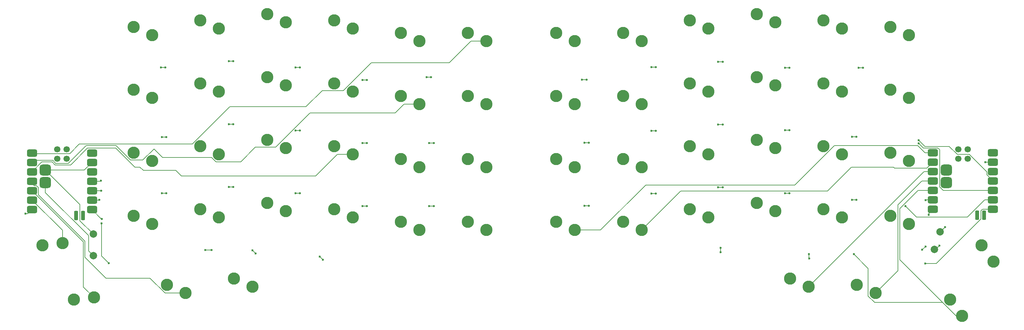
<source format=gbr>
%TF.GenerationSoftware,KiCad,Pcbnew,9.0.6*%
%TF.CreationDate,2025-12-05T23:49:30-05:00*%
%TF.ProjectId,VoyagerSplitKicad,566f7961-6765-4725-9370-6c69744b6963,rev?*%
%TF.SameCoordinates,Original*%
%TF.FileFunction,Copper,L1,Top*%
%TF.FilePolarity,Positive*%
%FSLAX46Y46*%
G04 Gerber Fmt 4.6, Leading zero omitted, Abs format (unit mm)*
G04 Created by KiCad (PCBNEW 9.0.6) date 2025-12-05 23:49:30*
%MOMM*%
%LPD*%
G01*
G04 APERTURE LIST*
G04 Aperture macros list*
%AMRoundRect*
0 Rectangle with rounded corners*
0 $1 Rounding radius*
0 $2 $3 $4 $5 $6 $7 $8 $9 X,Y pos of 4 corners*
0 Add a 4 corners polygon primitive as box body*
4,1,4,$2,$3,$4,$5,$6,$7,$8,$9,$2,$3,0*
0 Add four circle primitives for the rounded corners*
1,1,$1+$1,$2,$3*
1,1,$1+$1,$4,$5*
1,1,$1+$1,$6,$7*
1,1,$1+$1,$8,$9*
0 Add four rect primitives between the rounded corners*
20,1,$1+$1,$2,$3,$4,$5,0*
20,1,$1+$1,$4,$5,$6,$7,0*
20,1,$1+$1,$6,$7,$8,$9,0*
20,1,$1+$1,$8,$9,$2,$3,0*%
G04 Aperture macros list end*
%TA.AperFunction,SMDPad,CuDef*%
%ADD10RoundRect,0.500000X-0.875000X-0.500000X0.875000X-0.500000X0.875000X0.500000X-0.875000X0.500000X0*%
%TD*%
%TA.AperFunction,ComponentPad*%
%ADD11RoundRect,0.750000X0.750000X0.750000X-0.750000X0.750000X-0.750000X-0.750000X0.750000X-0.750000X0*%
%TD*%
%TA.AperFunction,SMDPad,CuDef*%
%ADD12RoundRect,0.275000X-0.275000X0.975000X-0.275000X-0.975000X0.275000X-0.975000X0.275000X0.975000X0*%
%TD*%
%TA.AperFunction,SMDPad,CuDef*%
%ADD13C,1.700000*%
%TD*%
%TA.AperFunction,SMDPad,CuDef*%
%ADD14C,2.000000*%
%TD*%
%TA.AperFunction,ComponentPad*%
%ADD15C,3.300000*%
%TD*%
%TA.AperFunction,ViaPad*%
%ADD16C,0.600000*%
%TD*%
%TA.AperFunction,Conductor*%
%ADD17C,0.200000*%
%TD*%
G04 APERTURE END LIST*
D10*
%TO.P,U1,1,P0.02_A0_D0*%
%TO.N,/left/COL0*%
X310676500Y-130041300D03*
%TO.P,U1,2,P0.03_A1_D1*%
%TO.N,/left/COL1*%
X310676500Y-132581300D03*
%TO.P,U1,3,P0.28_A2_D2*%
%TO.N,/left/COL2*%
X310676500Y-135121300D03*
%TO.P,U1,4,P0.29_A3_D3*%
%TO.N,/left/COL3*%
X310676500Y-137661300D03*
%TO.P,U1,5,P0.04_A4_D4_SDA*%
%TO.N,/left/COL4*%
X310676500Y-140201300D03*
%TO.P,U1,6,P0.05_A5_D5_SCL*%
%TO.N,/left/COL5*%
X310676500Y-142741300D03*
%TO.P,U1,7,P1.11_D6_TX*%
%TO.N,/left/ROW4*%
X310676500Y-145281300D03*
%TO.P,U1,8,P1.12_D7_RX*%
%TO.N,/left/ROW3*%
X326841500Y-145281300D03*
%TO.P,U1,9,P1.13_D8_SCK*%
%TO.N,/left/ROW2*%
X326841500Y-142741300D03*
%TO.P,U1,10,P1.14_D9_MISO*%
%TO.N,/left/ROW1*%
X326841500Y-140201300D03*
%TO.P,U1,11,P1.15_D10_MOSI*%
%TO.N,/left/ROW0*%
X326841500Y-137661300D03*
%TO.P,U1,12,3V3*%
%TO.N,unconnected-(U1-3V3-Pad12)*%
X326841500Y-135121300D03*
%TO.P,U1,13,GND*%
%TO.N,GND*%
X326841500Y-132581300D03*
%TO.P,U1,14,5V*%
%TO.N,unconnected-(U1-5V-Pad14)*%
X326841500Y-130041300D03*
D11*
%TO.P,U1,15,BAT*%
%TO.N,/left/VBAT*%
X314286500Y-138061300D03*
%TO.P,U1,16,GND*%
%TO.N,GND*%
X314286500Y-134661300D03*
D12*
%TO.P,U1,17,NFC1*%
%TO.N,unconnected-(U1-NFC1-Pad17)*%
X322541500Y-146898200D03*
%TO.P,U1,18,NFC2*%
%TO.N,unconnected-(U1-NFC2-Pad18)*%
X324446500Y-146898200D03*
D13*
%TO.P,U1,19,PA31_SWDIO*%
%TO.N,unconnected-(U1-PA31_SWDIO-Pad19)*%
X317461500Y-129092800D03*
%TO.P,U1,20,PA30_SWCLK*%
%TO.N,unconnected-(U1-PA30_SWCLK-Pad20)*%
X320001500Y-129092800D03*
%TO.P,U1,21,RESET*%
%TO.N,unconnected-(U1-RESET-Pad21)*%
X317461500Y-131632800D03*
%TO.P,U1,22,GND*%
%TO.N,unconnected-(U1-GND-Pad22)*%
X320001500Y-131632800D03*
%TD*%
D14*
%TO.P,-,1,1*%
%TO.N,GND*%
X84600000Y-152000000D03*
%TD*%
%TO.P,+,1,1*%
%TO.N,/right/VBAT*%
X84600000Y-157800000D03*
%TD*%
%TO.P,+,1,1*%
%TO.N,/left/VBAT*%
X311101000Y-156149500D03*
%TD*%
D10*
%TO.P,U2,1,P0.02_A0_D0*%
%TO.N,/right/COL0*%
X68050000Y-130080000D03*
%TO.P,U2,2,P0.03_A1_D1*%
%TO.N,/right/COL1*%
X68050000Y-132620000D03*
%TO.P,U2,3,P0.28_A2_D2*%
%TO.N,/right/COL2*%
X68050000Y-135160000D03*
%TO.P,U2,4,P0.29_A3_D3*%
%TO.N,/right/COL3*%
X68050000Y-137700000D03*
%TO.P,U2,5,P0.04_A4_D4_SDA*%
%TO.N,/right/COL4*%
X68050000Y-140240000D03*
%TO.P,U2,6,P0.05_A5_D5_SCL*%
%TO.N,/right/COL5*%
X68050000Y-142780000D03*
%TO.P,U2,7,P1.11_D6_TX*%
%TO.N,/right/ROW4*%
X68050000Y-145320000D03*
%TO.P,U2,8,P1.12_D7_RX*%
%TO.N,/right/ROW3*%
X84215000Y-145320000D03*
%TO.P,U2,9,P1.13_D8_SCK*%
%TO.N,/right/ROW2*%
X84215000Y-142780000D03*
%TO.P,U2,10,P1.14_D9_MISO*%
%TO.N,/right/ROW1*%
X84215000Y-140240000D03*
%TO.P,U2,11,P1.15_D10_MOSI*%
%TO.N,/right/ROW0*%
X84215000Y-137700000D03*
%TO.P,U2,12,3V3*%
%TO.N,unconnected-(U2-3V3-Pad12)*%
X84215000Y-135160000D03*
%TO.P,U2,13,GND*%
%TO.N,GND*%
X84215000Y-132620000D03*
%TO.P,U2,14,5V*%
%TO.N,unconnected-(U2-5V-Pad14)*%
X84215000Y-130080000D03*
D11*
%TO.P,U2,15,BAT*%
%TO.N,/right/VBAT*%
X71660000Y-138100000D03*
%TO.P,U2,16,GND*%
%TO.N,GND*%
X71660000Y-134700000D03*
D12*
%TO.P,U2,17,NFC1*%
%TO.N,unconnected-(U2-NFC1-Pad17)*%
X79915000Y-146936900D03*
%TO.P,U2,18,NFC2*%
%TO.N,unconnected-(U2-NFC2-Pad18)*%
X81820000Y-146936900D03*
D13*
%TO.P,U2,19,PA31_SWDIO*%
%TO.N,unconnected-(U2-PA31_SWDIO-Pad19)*%
X74835000Y-129131500D03*
%TO.P,U2,20,PA30_SWCLK*%
%TO.N,unconnected-(U2-PA30_SWCLK-Pad20)*%
X77375000Y-129131500D03*
%TO.P,U2,21,RESET*%
%TO.N,unconnected-(U2-RESET-Pad21)*%
X74835000Y-131671500D03*
%TO.P,U2,22,GND*%
%TO.N,unconnected-(U2-GND-Pad22)*%
X77375000Y-131671500D03*
%TD*%
D14*
%TO.P,-,1,1*%
%TO.N,GND*%
X312601000Y-151349500D03*
%TD*%
D15*
%TO.P,SW27,1,1*%
%TO.N,/right/COL2*%
X154400000Y-130500000D03*
%TO.P,SW27,2,2*%
%TO.N,Net-(D27-A)*%
X149400000Y-128300000D03*
%TD*%
%TO.P,SW17,1,1*%
%TO.N,/left/COL2*%
X250201000Y-96499500D03*
%TO.P,SW17,2,2*%
%TO.N,Net-(D17-A)*%
X245201000Y-94299500D03*
%TD*%
%TO.P,SW15,1,1*%
%TO.N,/right/COL1*%
X172400000Y-133900000D03*
%TO.P,SW15,2,2*%
%TO.N,Net-(D15-A)*%
X167400000Y-131700000D03*
%TD*%
%TO.P,SW25,1,1*%
%TO.N,/right/COL2*%
X154400000Y-96500000D03*
%TO.P,SW25,2,2*%
%TO.N,Net-(D25-A)*%
X149400000Y-94300000D03*
%TD*%
%TO.P,SW53,1,1*%
%TO.N,/left/COL4*%
X318506127Y-174101905D03*
%TO.P,SW53,2,2*%
%TO.N,Net-(D53-A)*%
X315276000Y-169696649D03*
%TD*%
%TO.P,SW46,1,1*%
%TO.N,/right/COL5*%
X100400002Y-115250000D03*
%TO.P,SW46,2,2*%
%TO.N,Net-(D46-A)*%
X95400002Y-113050000D03*
%TD*%
%TO.P,SW18,1,1*%
%TO.N,/left/COL2*%
X250201000Y-113499500D03*
%TO.P,SW18,2,2*%
%TO.N,Net-(D18-A)*%
X245201000Y-111299500D03*
%TD*%
%TO.P,SW40,1,1*%
%TO.N,/left/COL5*%
X304201000Y-149249500D03*
%TO.P,SW40,2,2*%
%TO.N,Net-(D40-A)*%
X299201000Y-147049500D03*
%TD*%
%TO.P,SW44,1,1*%
%TO.N,/right/COL4*%
X118400000Y-147500000D03*
%TO.P,SW44,2,2*%
%TO.N,Net-(D44-A)*%
X113400000Y-145300000D03*
%TD*%
%TO.P,SW38,1,1*%
%TO.N,/left/COL5*%
X304201000Y-115249500D03*
%TO.P,SW38,2,2*%
%TO.N,Net-(D38-A)*%
X299201000Y-113049500D03*
%TD*%
%TO.P,SW60,1,1*%
%TO.N,/right/COL5*%
X76254127Y-154378972D03*
%TO.P,SW60,2,2*%
%TO.N,Net-(D60-A)*%
X70824000Y-154973716D03*
%TD*%
%TO.P,SW58,1,1*%
%TO.N,/right/COL3*%
X109401000Y-167900000D03*
%TO.P,SW58,2,2*%
%TO.N,Net-(D58-A)*%
X104401000Y-165700000D03*
%TD*%
%TO.P,SW11,1,1*%
%TO.N,/left/COL1*%
X232201000Y-133899500D03*
%TO.P,SW11,2,2*%
%TO.N,Net-(D11-A)*%
X227201000Y-131699500D03*
%TD*%
%TO.P,SW42,1,1*%
%TO.N,/right/COL4*%
X118400000Y-113500000D03*
%TO.P,SW42,2,2*%
%TO.N,Net-(D42-A)*%
X113400000Y-111300000D03*
%TD*%
%TO.P,SW41,1,1*%
%TO.N,/right/COL4*%
X118400000Y-96500000D03*
%TO.P,SW41,2,2*%
%TO.N,Net-(D41-A)*%
X113400000Y-94300000D03*
%TD*%
%TO.P,SW51,1,1*%
%TO.N,/left/COL2*%
X277189141Y-166199500D03*
%TO.P,SW51,2,2*%
%TO.N,Net-(D51-A)*%
X272189141Y-163999500D03*
%TD*%
%TO.P,SW43,1,1*%
%TO.N,/right/COL4*%
X118400000Y-130500000D03*
%TO.P,SW43,2,2*%
%TO.N,Net-(D43-A)*%
X113400000Y-128300000D03*
%TD*%
%TO.P,SW1,1,1*%
%TO.N,/left/COL0*%
X214201000Y-99899500D03*
%TO.P,SW1,2,2*%
%TO.N,Net-(D1-A)*%
X209201000Y-97699500D03*
%TD*%
%TO.P,SW29,1,1*%
%TO.N,/right/COL3*%
X136400000Y-94800000D03*
%TO.P,SW29,2,2*%
%TO.N,Net-(D29-A)*%
X131400000Y-92600000D03*
%TD*%
%TO.P,SW19,1,1*%
%TO.N,/left/COL2*%
X250201000Y-130499500D03*
%TO.P,SW19,2,2*%
%TO.N,Net-(D19-A)*%
X245201000Y-128299500D03*
%TD*%
%TO.P,SW21,1,1*%
%TO.N,/left/COL3*%
X268200000Y-94798500D03*
%TO.P,SW21,2,2*%
%TO.N,Net-(D21-A)*%
X263200000Y-92598500D03*
%TD*%
%TO.P,SW59,1,1*%
%TO.N,/right/COL4*%
X84754127Y-169101405D03*
%TO.P,SW59,2,2*%
%TO.N,Net-(D59-A)*%
X79324000Y-169696149D03*
%TD*%
%TO.P,SW12,1,1*%
%TO.N,/left/COL1*%
X232201000Y-150899500D03*
%TO.P,SW12,2,2*%
%TO.N,Net-(D12-A)*%
X227201000Y-148699500D03*
%TD*%
%TO.P,SW57,1,1*%
%TO.N,/right/COL2*%
X127401000Y-166200000D03*
%TO.P,SW57,2,2*%
%TO.N,Net-(D57-A)*%
X122401000Y-164000000D03*
%TD*%
%TO.P,SW45,1,1*%
%TO.N,/right/COL5*%
X100400002Y-98250000D03*
%TO.P,SW45,2,2*%
%TO.N,Net-(D45-A)*%
X95400002Y-96050000D03*
%TD*%
%TO.P,SW33,1,1*%
%TO.N,/left/COL4*%
X286201000Y-96499500D03*
%TO.P,SW33,2,2*%
%TO.N,Net-(D33-A)*%
X281201000Y-94299500D03*
%TD*%
%TO.P,SW34,1,1*%
%TO.N,/left/COL4*%
X286201000Y-113499500D03*
%TO.P,SW34,2,2*%
%TO.N,Net-(D34-A)*%
X281201000Y-111299500D03*
%TD*%
%TO.P,SW39,1,1*%
%TO.N,/left/COL5*%
X304201000Y-132249500D03*
%TO.P,SW39,2,2*%
%TO.N,Net-(D39-A)*%
X299201000Y-130049500D03*
%TD*%
%TO.P,SW37,1,1*%
%TO.N,/left/COL5*%
X304201000Y-98249500D03*
%TO.P,SW37,2,2*%
%TO.N,Net-(D37-A)*%
X299201000Y-96049500D03*
%TD*%
%TO.P,SW16,1,1*%
%TO.N,/right/COL1*%
X172400000Y-150900000D03*
%TO.P,SW16,2,2*%
%TO.N,Net-(D16-A)*%
X167400000Y-148700000D03*
%TD*%
%TO.P,SW6,1,1*%
%TO.N,/left/COL1*%
X232201000Y-116899500D03*
%TO.P,SW6,2,2*%
%TO.N,Net-(D6-A)*%
X227201000Y-114699500D03*
%TD*%
%TO.P,SW4,1,1*%
%TO.N,/right/COL1*%
X172400000Y-99900000D03*
%TO.P,SW4,2,2*%
%TO.N,Net-(D4-A)*%
X167400000Y-97700000D03*
%TD*%
%TO.P,SW8,1,1*%
%TO.N,/right/COL1*%
X172400000Y-116900000D03*
%TO.P,SW8,2,2*%
%TO.N,Net-(D8-A)*%
X167400000Y-114700000D03*
%TD*%
%TO.P,SW48,1,1*%
%TO.N,/right/COL5*%
X100400002Y-149250000D03*
%TO.P,SW48,2,2*%
%TO.N,Net-(D48-A)*%
X95400002Y-147050000D03*
%TD*%
%TO.P,SW9,1,1*%
%TO.N,/left/COL0*%
X214201000Y-133899500D03*
%TO.P,SW9,2,2*%
%TO.N,Net-(D9-A)*%
X209201000Y-131699500D03*
%TD*%
%TO.P,SW47,1,1*%
%TO.N,/right/COL5*%
X100400002Y-132250000D03*
%TO.P,SW47,2,2*%
%TO.N,Net-(D47-A)*%
X95400002Y-130050000D03*
%TD*%
%TO.P,SW24,1,1*%
%TO.N,/left/COL3*%
X268201000Y-145799500D03*
%TO.P,SW24,2,2*%
%TO.N,Net-(D24-A)*%
X263201000Y-143599500D03*
%TD*%
%TO.P,SW31,1,1*%
%TO.N,/right/COL3*%
X136400000Y-128800000D03*
%TO.P,SW31,2,2*%
%TO.N,Net-(D31-A)*%
X131400000Y-126600000D03*
%TD*%
%TO.P,SW5,1,1*%
%TO.N,/left/COL0*%
X214201000Y-116899500D03*
%TO.P,SW5,2,2*%
%TO.N,Net-(D5-A)*%
X209201000Y-114699500D03*
%TD*%
%TO.P,SW22,1,1*%
%TO.N,/left/COL3*%
X268201000Y-111799500D03*
%TO.P,SW22,2,2*%
%TO.N,Net-(D22-A)*%
X263201000Y-109599500D03*
%TD*%
%TO.P,SW35,1,1*%
%TO.N,/left/COL4*%
X286201000Y-130499500D03*
%TO.P,SW35,2,2*%
%TO.N,Net-(D35-A)*%
X281201000Y-128299500D03*
%TD*%
%TO.P,SW30,1,1*%
%TO.N,/right/COL3*%
X136400000Y-111800000D03*
%TO.P,SW30,2,2*%
%TO.N,Net-(D30-A)*%
X131400000Y-109600000D03*
%TD*%
%TO.P,SW32,1,1*%
%TO.N,/right/COL3*%
X136400000Y-145800000D03*
%TO.P,SW32,2,2*%
%TO.N,Net-(D32-A)*%
X131400000Y-143600000D03*
%TD*%
%TO.P,SW13,1,1*%
%TO.N,/right/COL0*%
X190400000Y-133900000D03*
%TO.P,SW13,2,2*%
%TO.N,Net-(D13-A)*%
X185400000Y-131700000D03*
%TD*%
%TO.P,SW26,1,1*%
%TO.N,/right/COL2*%
X154400000Y-113500000D03*
%TO.P,SW26,2,2*%
%TO.N,Net-(D26-A)*%
X149400000Y-111300000D03*
%TD*%
%TO.P,SW54,1,1*%
%TO.N,/left/COL5*%
X327006126Y-159379473D03*
%TO.P,SW54,2,2*%
%TO.N,Net-(D54-A)*%
X323775999Y-154974217D03*
%TD*%
%TO.P,SW36,1,1*%
%TO.N,/left/COL4*%
X286201000Y-147499500D03*
%TO.P,SW36,2,2*%
%TO.N,Net-(D36-A)*%
X281201000Y-145299500D03*
%TD*%
%TO.P,SW2,1,1*%
%TO.N,/right/COL0*%
X190400000Y-99900000D03*
%TO.P,SW2,2,2*%
%TO.N,Net-(D2-A)*%
X185400000Y-97700000D03*
%TD*%
%TO.P,SW3,1,1*%
%TO.N,/left/COL1*%
X232201000Y-99899500D03*
%TO.P,SW3,2,2*%
%TO.N,Net-(D3-A)*%
X227201000Y-97699500D03*
%TD*%
%TO.P,SW28,1,1*%
%TO.N,/right/COL2*%
X154400000Y-147500000D03*
%TO.P,SW28,2,2*%
%TO.N,Net-(D28-A)*%
X149400000Y-145300000D03*
%TD*%
%TO.P,SW7,1,1*%
%TO.N,/right/COL0*%
X190400000Y-116900000D03*
%TO.P,SW7,2,2*%
%TO.N,Net-(D7-A)*%
X185400000Y-114700000D03*
%TD*%
%TO.P,SW52,1,1*%
%TO.N,/left/COL3*%
X295189141Y-167899500D03*
%TO.P,SW52,2,2*%
%TO.N,Net-(D52-A)*%
X290189141Y-165699500D03*
%TD*%
%TO.P,SW10,1,1*%
%TO.N,/left/COL0*%
X214201000Y-150899500D03*
%TO.P,SW10,2,2*%
%TO.N,Net-(D10-A)*%
X209201000Y-148699500D03*
%TD*%
%TO.P,SW14,1,1*%
%TO.N,/right/COL0*%
X190400000Y-150900000D03*
%TO.P,SW14,2,2*%
%TO.N,Net-(D14-A)*%
X185400000Y-148700000D03*
%TD*%
%TO.P,SW20,1,1*%
%TO.N,/left/COL2*%
X250201000Y-147499500D03*
%TO.P,SW20,2,2*%
%TO.N,Net-(D20-A)*%
X245201000Y-145299500D03*
%TD*%
%TO.P,SW23,1,1*%
%TO.N,/left/COL3*%
X268201000Y-128799500D03*
%TO.P,SW23,2,2*%
%TO.N,Net-(D23-A)*%
X263201000Y-126599500D03*
%TD*%
D16*
%TO.N,/right/ROW3*%
X146374265Y-158874265D03*
X145525735Y-158025735D03*
X127426457Y-156326457D03*
X128274987Y-157174986D03*
X116398500Y-156298500D03*
X114699970Y-156299970D03*
%TO.N,/left/ROW0*%
X270846000Y-107049500D03*
X252846000Y-105449500D03*
X254046000Y-105449500D03*
X234846000Y-106949500D03*
X291852000Y-107049500D03*
X306846000Y-126651473D03*
X272046000Y-107049500D03*
X216150000Y-110349500D03*
X217401000Y-110349500D03*
X236046000Y-106949500D03*
X290652000Y-107049500D03*
%TO.N,/right/ROW0*%
X157045002Y-110400000D03*
X122245000Y-105300000D03*
X158245002Y-110400000D03*
X140245000Y-107000000D03*
X175548998Y-109600000D03*
X102748998Y-107000000D03*
X139045000Y-107000000D03*
X121045000Y-105300000D03*
X103948998Y-107000000D03*
X86600000Y-137600000D03*
X174348998Y-109600000D03*
%TO.N,/left/ROW1*%
X218046000Y-127349500D03*
X290046000Y-125749500D03*
X234846000Y-124149500D03*
X270846000Y-123949500D03*
X236046000Y-124149500D03*
X288846000Y-125749500D03*
X216846000Y-127349500D03*
X306846000Y-127500000D03*
X272046000Y-123949500D03*
X254046000Y-122449500D03*
X252846000Y-122449500D03*
%TO.N,/right/ROW1*%
X176245002Y-127400000D03*
X140245002Y-124000000D03*
X103045002Y-125800000D03*
X175045002Y-127400000D03*
X104245002Y-125800000D03*
X157045002Y-127400000D03*
X122245000Y-122300000D03*
X86700000Y-140300000D03*
X121045000Y-122300000D03*
X139045002Y-124000000D03*
X158245002Y-127400000D03*
%TO.N,/left/ROW2*%
X252846000Y-139349500D03*
X254046000Y-139349500D03*
X290046000Y-142749500D03*
X234846000Y-141049500D03*
X288846000Y-142749500D03*
X303250000Y-144450000D03*
X216846000Y-144349500D03*
X236046000Y-141049500D03*
X272046000Y-140949500D03*
X270846000Y-140949500D03*
X218046000Y-144349500D03*
%TO.N,/left/ROW3*%
X308582648Y-159917852D03*
%TO.N,/right/ROW2*%
X157045000Y-144400000D03*
X176245000Y-144400000D03*
X122245002Y-139300000D03*
X103045004Y-141000000D03*
X121045002Y-139300000D03*
X140245002Y-141000000D03*
X104245004Y-141000000D03*
X158245000Y-144400000D03*
X175045000Y-144400000D03*
X86200000Y-142700000D03*
X139045002Y-141000000D03*
%TO.N,/right/ROW3*%
X88700000Y-159800000D03*
X86850000Y-147887900D03*
X86800000Y-149087900D03*
%TO.N,/left/ROW4*%
X307801485Y-156198515D03*
X309500000Y-146800000D03*
X308650015Y-155349985D03*
%TO.N,/right/ROW4*%
X66300000Y-146500000D03*
%TO.N,/left/COL2*%
X253501000Y-156899500D03*
X253501000Y-155699500D03*
%TO.N,/left/COL3*%
X277401000Y-158599500D03*
X277301000Y-157399500D03*
%TO.N,/left/COL4*%
X289400000Y-157399500D03*
%TO.N,/left/COL5*%
X308700000Y-142800000D03*
%TO.N,/left/VBAT*%
X312400000Y-155100000D03*
%TO.N,GND*%
X324800000Y-132600000D03*
X313900000Y-150100000D03*
%TD*%
D17*
%TO.N,/right/ROW3*%
X145525735Y-158025735D02*
X146374265Y-158874265D01*
X127426457Y-156326457D02*
X128274987Y-157174986D01*
X116397030Y-156299970D02*
X116398500Y-156298500D01*
X114699970Y-156299970D02*
X116397030Y-156299970D01*
%TO.N,/left/ROW0*%
X234846000Y-106949500D02*
X236046000Y-106949500D01*
X290652000Y-107049500D02*
X291852000Y-107049500D01*
X270846000Y-107049500D02*
X272046000Y-107049500D01*
X306846000Y-126651473D02*
X308533827Y-128339300D01*
X325165500Y-135985300D02*
X326841500Y-137661300D01*
X317222740Y-130481800D02*
X320478260Y-130481800D01*
X308533827Y-128339300D02*
X315080240Y-128339300D01*
X217401000Y-110349500D02*
X216150000Y-110349500D01*
X252846000Y-105449500D02*
X254046000Y-105449500D01*
X325165500Y-135169040D02*
X325165500Y-135985300D01*
X320478260Y-130481800D02*
X325165500Y-135169040D01*
X315080240Y-128339300D02*
X317222740Y-130481800D01*
%TO.N,/right/ROW0*%
X157045002Y-110400000D02*
X158245002Y-110400000D01*
X102748998Y-107000000D02*
X103948998Y-107000000D01*
X139045000Y-107000000D02*
X140245000Y-107000000D01*
X121045000Y-105300000D02*
X122245000Y-105300000D01*
X174348998Y-109600000D02*
X175548998Y-109600000D01*
X86500000Y-137700000D02*
X84215000Y-137700000D01*
X86600000Y-137600000D02*
X86500000Y-137700000D01*
%TO.N,/left/ROW1*%
X312029760Y-128740300D02*
X312485500Y-129196040D01*
X252846000Y-122449500D02*
X254046000Y-122449500D01*
X234846000Y-124149500D02*
X236046000Y-124149500D01*
X216846000Y-127349500D02*
X218046000Y-127349500D01*
X288846000Y-125749500D02*
X290046000Y-125749500D01*
X306846000Y-127500000D02*
X308086300Y-128740300D01*
X270846000Y-123949500D02*
X272046000Y-123949500D01*
X312485500Y-139246640D02*
X313440160Y-140201300D01*
X308086300Y-128740300D02*
X312029760Y-128740300D01*
X312485500Y-129196040D02*
X312485500Y-139246640D01*
X313440160Y-140201300D02*
X326841500Y-140201300D01*
%TO.N,/right/ROW1*%
X104245002Y-125800000D02*
X103045002Y-125800000D01*
X86640000Y-140240000D02*
X84215000Y-140240000D01*
X139045002Y-124000000D02*
X140245002Y-124000000D01*
X176245002Y-127400000D02*
X175045002Y-127400000D01*
X121045000Y-122300000D02*
X122245000Y-122300000D01*
X157045002Y-127400000D02*
X158245002Y-127400000D01*
X86700000Y-140300000D02*
X86640000Y-140240000D01*
%TO.N,/left/ROW2*%
X288846000Y-142749500D02*
X290046000Y-142749500D01*
X252846000Y-139349500D02*
X254046000Y-139349500D01*
X216846000Y-144349500D02*
X218046000Y-144349500D01*
X306201000Y-147401000D02*
X319966494Y-147401000D01*
X319966494Y-147401000D02*
X324626194Y-142741300D01*
X324626194Y-142741300D02*
X326841500Y-142741300D01*
X303250000Y-144450000D02*
X306201000Y-147401000D01*
X270846000Y-140949500D02*
X272046000Y-140949500D01*
X234846000Y-141049500D02*
X236046000Y-141049500D01*
%TO.N,/left/ROW3*%
X323595500Y-147916406D02*
X323595500Y-145676994D01*
X323991194Y-145281300D02*
X326841500Y-145281300D01*
X308582648Y-159917852D02*
X308600000Y-159900500D01*
X311611406Y-159900500D02*
X323595500Y-147916406D01*
X323595500Y-145676994D02*
X323991194Y-145281300D01*
X308600000Y-159900500D02*
X311611406Y-159900500D01*
%TO.N,/right/ROW2*%
X86120000Y-142780000D02*
X84215000Y-142780000D01*
X86200000Y-142700000D02*
X86120000Y-142780000D01*
X121045002Y-139300000D02*
X122245002Y-139300000D01*
X139045002Y-141000000D02*
X140245002Y-141000000D01*
X103045004Y-141000000D02*
X104245004Y-141000000D01*
X175045000Y-144400000D02*
X176245000Y-144400000D01*
X157045000Y-144400000D02*
X158245000Y-144400000D01*
%TO.N,/right/ROW3*%
X86800000Y-157900000D02*
X86800000Y-149087900D01*
X84215000Y-145401900D02*
X84215000Y-145320000D01*
X86850000Y-147887900D02*
X86701000Y-147887900D01*
X88700000Y-159800000D02*
X86800000Y-157900000D01*
X86701000Y-147887900D02*
X84215000Y-145401900D01*
%TO.N,/left/ROW4*%
X307801485Y-156198515D02*
X308650015Y-155349985D01*
X309500000Y-146800000D02*
X309500000Y-146457800D01*
X309500000Y-146457800D02*
X310676500Y-145281300D01*
%TO.N,/right/ROW4*%
X66870000Y-146500000D02*
X68050000Y-145320000D01*
X66300000Y-146500000D02*
X66870000Y-146500000D01*
%TO.N,/left/COL0*%
X310676500Y-130041300D02*
X308537357Y-130041300D01*
X308537357Y-130041300D02*
X306594557Y-128098500D01*
X284161131Y-128098500D02*
X273511131Y-138748500D01*
X221149470Y-150899500D02*
X214201000Y-150899500D01*
X306594557Y-128098500D02*
X284161131Y-128098500D01*
X233300470Y-138748500D02*
X221149470Y-150899500D01*
X273511131Y-138748500D02*
X233300470Y-138748500D01*
%TO.N,/right/COL0*%
X146200530Y-113251000D02*
X151889869Y-113251000D01*
X78217500Y-130282500D02*
X80800000Y-127700000D01*
X151889869Y-113251000D02*
X159439869Y-105701000D01*
X141850530Y-117601000D02*
X146200530Y-113251000D01*
X68050000Y-130080000D02*
X68252500Y-130282500D01*
X159439869Y-105701000D02*
X180448448Y-105701000D01*
X180448448Y-105701000D02*
X186249448Y-99900000D01*
X186249448Y-99900000D02*
X190400000Y-99900000D01*
X111240869Y-127700000D02*
X121339869Y-117601000D01*
X68252500Y-130282500D02*
X78217500Y-130282500D01*
X121339869Y-117601000D02*
X141850530Y-117601000D01*
X80800000Y-127700000D02*
X111240869Y-127700000D01*
%TO.N,/left/COL1*%
X300050552Y-133948500D02*
X288700470Y-133948500D01*
X309057300Y-134200500D02*
X300302552Y-134200500D01*
X282300470Y-140348500D02*
X242752000Y-140348500D01*
X288700470Y-133948500D02*
X282300470Y-140348500D01*
X300302552Y-134200500D02*
X300050552Y-133948500D01*
X242752000Y-140348500D02*
X232201000Y-150899500D01*
X310676500Y-132581300D02*
X309057300Y-134200500D01*
%TO.N,/right/COL1*%
X74435740Y-132900000D02*
X77800000Y-132900000D01*
X165848448Y-119301000D02*
X168249448Y-116900000D01*
X68050000Y-132620000D02*
X68570000Y-132100000D01*
X90691871Y-128101000D02*
X94591871Y-132001000D01*
X128200530Y-128551000D02*
X133644059Y-128551000D01*
X124300530Y-132451000D02*
X128200530Y-128551000D01*
X133644059Y-128551000D02*
X142894059Y-119301000D01*
X73635740Y-132100000D02*
X74435740Y-132900000D01*
X68570000Y-132100000D02*
X73635740Y-132100000D01*
X97889871Y-132001000D02*
X100890871Y-129000000D01*
X94591871Y-132001000D02*
X97889871Y-132001000D01*
X168249448Y-116900000D02*
X172400000Y-116900000D01*
X77800000Y-132900000D02*
X82599000Y-128101000D01*
X142894059Y-119301000D02*
X165848448Y-119301000D01*
X116449000Y-131308131D02*
X117591869Y-132451000D01*
X100890871Y-129000000D02*
X103199002Y-131308131D01*
X82599000Y-128101000D02*
X90691871Y-128101000D01*
X103199002Y-131308131D02*
X116449000Y-131308131D01*
X117591869Y-132451000D02*
X124300530Y-132451000D01*
%TO.N,/left/COL2*%
X253501000Y-155699500D02*
X253501000Y-156899500D01*
X308267341Y-135121300D02*
X277189141Y-166199500D01*
X310676500Y-135121300D02*
X308267341Y-135121300D01*
%TO.N,/left/COL3*%
X307686227Y-137661300D02*
X301252000Y-144095527D01*
X310676500Y-137661300D02*
X307686227Y-137661300D01*
X277301000Y-157399500D02*
X277301000Y-158499500D01*
X301252000Y-144095527D02*
X301252000Y-161836641D01*
X277301000Y-158499500D02*
X277401000Y-158599500D01*
X301252000Y-161836641D02*
X295189141Y-167899500D01*
%TO.N,/right/COL2*%
X108252530Y-136301000D02*
X144448448Y-136301000D01*
X68050000Y-135160000D02*
X70709000Y-132501000D01*
X73469640Y-132501000D02*
X74269640Y-133301000D01*
X70709000Y-132501000D02*
X73469640Y-132501000D01*
X74269640Y-133301000D02*
X78478942Y-133301000D01*
X106750530Y-134799000D02*
X108252530Y-136301000D01*
X144448448Y-136301000D02*
X150249448Y-130500000D01*
X78478942Y-133301000D02*
X83000942Y-128779000D01*
X98000532Y-134799000D02*
X106750530Y-134799000D01*
X97150532Y-133949000D02*
X98000532Y-134799000D01*
X90579000Y-128779000D02*
X95749000Y-133949000D01*
X95749000Y-133949000D02*
X97150532Y-133949000D01*
X83000942Y-128779000D02*
X90579000Y-128779000D01*
X150249448Y-130500000D02*
X154400000Y-130500000D01*
%TO.N,/right/COL3*%
X69264058Y-138939000D02*
X69726000Y-139400942D01*
X69726000Y-139400942D02*
X69726000Y-141348900D01*
X68050000Y-138350000D02*
X68639000Y-138939000D01*
X68050000Y-137700000D02*
X68050000Y-138350000D01*
X103841869Y-167900000D02*
X109401000Y-167900000D01*
X87999000Y-163899000D02*
X99840869Y-163899000D01*
X99840869Y-163899000D02*
X103841869Y-167900000D01*
X82300000Y-158200000D02*
X87999000Y-163899000D01*
X69726000Y-141348900D02*
X82300000Y-153922900D01*
X68639000Y-138939000D02*
X69264058Y-138939000D01*
X82300000Y-153922900D02*
X82300000Y-158200000D01*
%TO.N,/left/COL4*%
X316922125Y-174101905D02*
X318506127Y-174101905D01*
X301750000Y-158929780D02*
X316922125Y-174101905D01*
X289400000Y-157399500D02*
X293238141Y-161237641D01*
X306648757Y-140201300D02*
X301750000Y-145100057D01*
X293238141Y-161237641D02*
X293238141Y-168707631D01*
X294979010Y-170448500D02*
X313268720Y-170448500D01*
X310676500Y-140201300D02*
X306648757Y-140201300D01*
X293238141Y-168707631D02*
X294979010Y-170448500D01*
X313268720Y-170448500D02*
X316922125Y-174101905D01*
X301750000Y-145100057D02*
X301750000Y-158929780D01*
%TO.N,/left/COL5*%
X308758700Y-142741300D02*
X310676500Y-142741300D01*
X308700000Y-142800000D02*
X308758700Y-142741300D01*
%TO.N,/right/COL4*%
X81900000Y-166247278D02*
X84754127Y-169101405D01*
X81900000Y-154090000D02*
X81900000Y-166247278D01*
X68050000Y-140240000D02*
X81900000Y-154090000D01*
%TO.N,/right/COL5*%
X68050000Y-142780000D02*
X76254127Y-150984127D01*
X76254127Y-150984127D02*
X76254127Y-154378972D01*
%TO.N,/left/VBAT*%
X311350500Y-156149500D02*
X312400000Y-155100000D01*
X311101000Y-156149500D02*
X311350500Y-156149500D01*
%TO.N,/right/VBAT*%
X71660000Y-140754106D02*
X71660000Y-138100000D01*
X83299000Y-152393106D02*
X71660000Y-140754106D01*
X84600000Y-157800000D02*
X83299000Y-156499000D01*
X83299000Y-156499000D02*
X83299000Y-152393106D01*
%TO.N,GND*%
X312601000Y-151349500D02*
X312650500Y-151349500D01*
X324800000Y-132600000D02*
X324818700Y-132581300D01*
X82135000Y-134700000D02*
X84215000Y-132620000D01*
X71660000Y-134700000D02*
X82135000Y-134700000D01*
X80969000Y-148369000D02*
X80969000Y-144009000D01*
X84600000Y-152000000D02*
X80969000Y-148369000D01*
X80969000Y-144009000D02*
X71660000Y-134700000D01*
X312650500Y-151349500D02*
X313900000Y-150100000D01*
X324818700Y-132581300D02*
X326841500Y-132581300D01*
%TD*%
M02*

</source>
